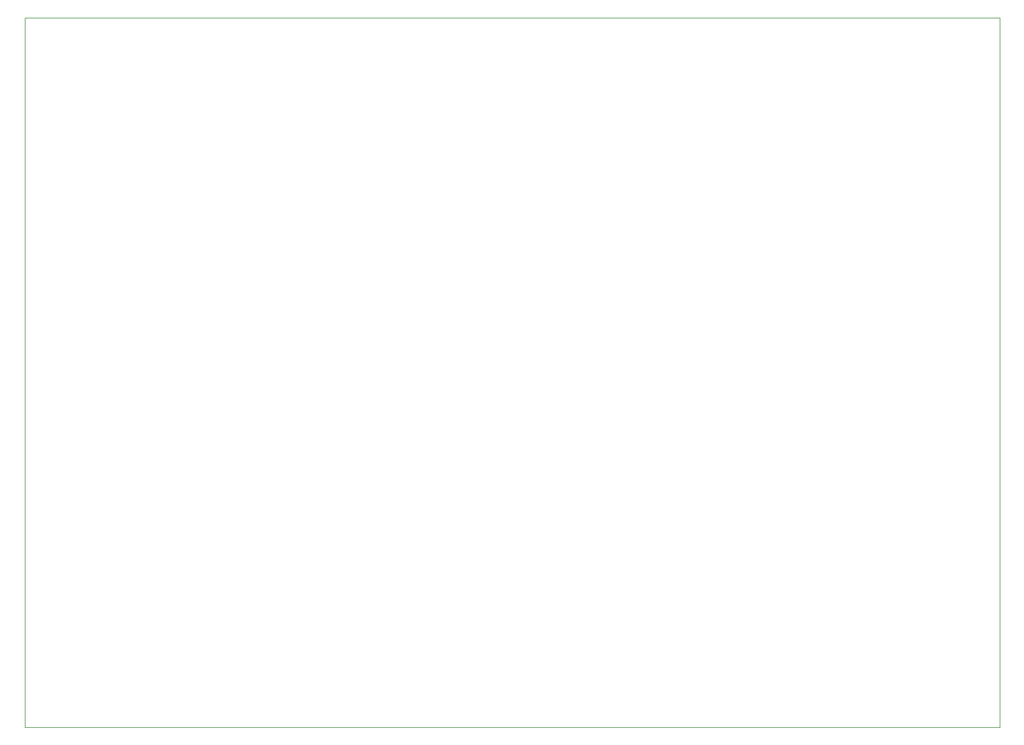
<source format=gbr>
%TF.GenerationSoftware,KiCad,Pcbnew,9.0.1*%
%TF.CreationDate,2025-09-08T03:32:05-04:00*%
%TF.ProjectId,SNAKE_GAME,534e414b-455f-4474-914d-452e6b696361,rev?*%
%TF.SameCoordinates,Original*%
%TF.FileFunction,Profile,NP*%
%FSLAX46Y46*%
G04 Gerber Fmt 4.6, Leading zero omitted, Abs format (unit mm)*
G04 Created by KiCad (PCBNEW 9.0.1) date 2025-09-08 03:32:05*
%MOMM*%
%LPD*%
G01*
G04 APERTURE LIST*
%TA.AperFunction,Profile*%
%ADD10C,0.050000*%
%TD*%
G04 APERTURE END LIST*
D10*
X9500000Y102750000D02*
X149000000Y102750000D01*
X149000000Y1250000D01*
X9500000Y1250000D01*
X9500000Y102750000D01*
M02*

</source>
